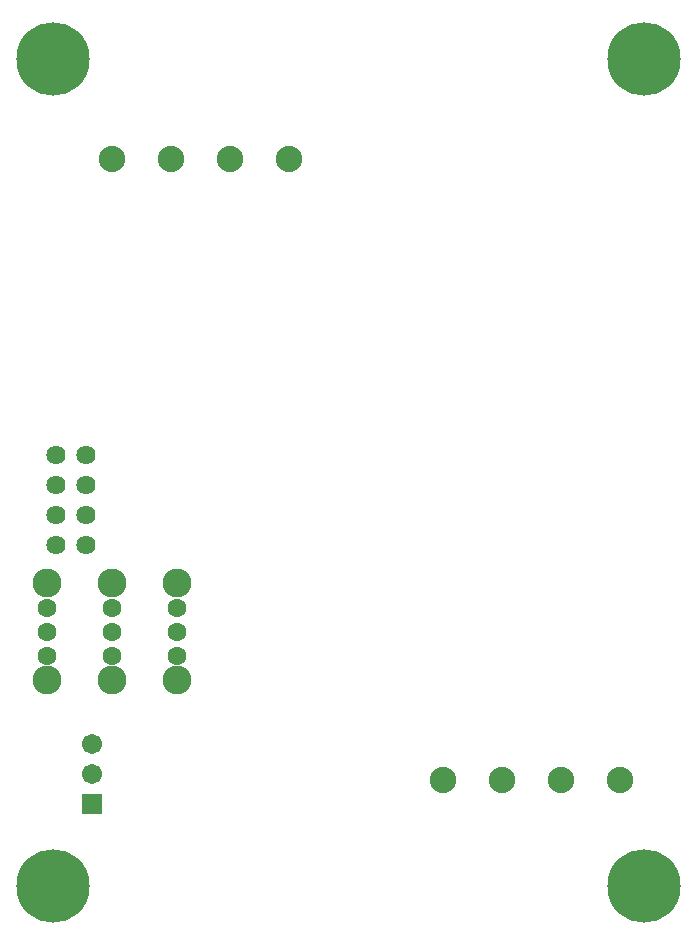
<source format=gbr>
G04 EAGLE Gerber RS-274X export*
G75*
%MOMM*%
%FSLAX34Y34*%
%LPD*%
%INSoldermask Bottom*%
%IPPOS*%
%AMOC8*
5,1,8,0,0,1.08239X$1,22.5*%
G01*
%ADD10C,1.625600*%
%ADD11R,1.711200X1.711200*%
%ADD12C,1.711200*%
%ADD13C,2.235200*%
%ADD14C,1.603200*%
%ADD15C,2.453200*%
%ADD16C,6.203200*%


D10*
X-247500Y15000D03*
X-222100Y15000D03*
X-247500Y-10400D03*
X-222100Y-10400D03*
X-247500Y-35800D03*
X-222100Y-35800D03*
X-247500Y-61200D03*
X-222100Y-61200D03*
D11*
X-217500Y-280400D03*
D12*
X-217500Y-255000D03*
X-217500Y-229600D03*
D13*
X80000Y-260000D03*
X130038Y-260000D03*
X180076Y-260000D03*
X230114Y-260000D03*
X-50000Y265000D03*
X-100038Y265000D03*
X-150076Y265000D03*
X-200114Y265000D03*
D14*
X-200000Y-115000D03*
X-200000Y-135000D03*
X-200000Y-155000D03*
D15*
X-200000Y-94000D03*
X-200000Y-176000D03*
D14*
X-255000Y-115000D03*
X-255000Y-135000D03*
X-255000Y-155000D03*
D15*
X-255000Y-94000D03*
X-255000Y-176000D03*
D14*
X-145000Y-115000D03*
X-145000Y-135000D03*
X-145000Y-155000D03*
D15*
X-145000Y-94000D03*
X-145000Y-176000D03*
D16*
X-250000Y350000D03*
X250000Y-350000D03*
X250000Y350000D03*
X-250000Y-350000D03*
M02*

</source>
